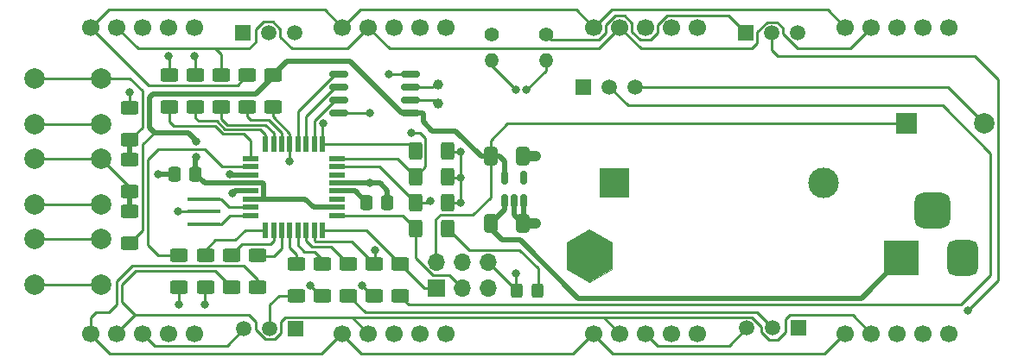
<source format=gbr>
%TF.GenerationSoftware,KiCad,Pcbnew,(6.0.4)*%
%TF.CreationDate,2022-04-24T19:44:17+02:00*%
%TF.ProjectId,fancy-clock,66616e63-792d-4636-9c6f-636b2e6b6963,rev 1.0*%
%TF.SameCoordinates,Original*%
%TF.FileFunction,Copper,L1,Top*%
%TF.FilePolarity,Positive*%
%FSLAX46Y46*%
G04 Gerber Fmt 4.6, Leading zero omitted, Abs format (unit mm)*
G04 Created by KiCad (PCBNEW (6.0.4)) date 2022-04-24 19:44:17*
%MOMM*%
%LPD*%
G01*
G04 APERTURE LIST*
G04 Aperture macros list*
%AMRoundRect*
0 Rectangle with rounded corners*
0 $1 Rounding radius*
0 $2 $3 $4 $5 $6 $7 $8 $9 X,Y pos of 4 corners*
0 Add a 4 corners polygon primitive as box body*
4,1,4,$2,$3,$4,$5,$6,$7,$8,$9,$2,$3,0*
0 Add four circle primitives for the rounded corners*
1,1,$1+$1,$2,$3*
1,1,$1+$1,$4,$5*
1,1,$1+$1,$6,$7*
1,1,$1+$1,$8,$9*
0 Add four rect primitives between the rounded corners*
20,1,$1+$1,$2,$3,$4,$5,0*
20,1,$1+$1,$4,$5,$6,$7,0*
20,1,$1+$1,$6,$7,$8,$9,0*
20,1,$1+$1,$8,$9,$2,$3,0*%
G04 Aperture macros list end*
%TA.AperFunction,EtchedComponent*%
%ADD10C,0.034032*%
%TD*%
%TA.AperFunction,EtchedComponent*%
%ADD11C,0.026499*%
%TD*%
%TA.AperFunction,EtchedComponent*%
%ADD12C,0.030400*%
%TD*%
%TA.AperFunction,EtchedComponent*%
%ADD13C,0.019833*%
%TD*%
%TA.AperFunction,SMDPad,CuDef*%
%ADD14RoundRect,0.250000X-0.400000X-0.625000X0.400000X-0.625000X0.400000X0.625000X-0.400000X0.625000X0*%
%TD*%
%TA.AperFunction,ComponentPad*%
%ADD15R,1.500000X1.500000*%
%TD*%
%TA.AperFunction,ComponentPad*%
%ADD16C,1.500000*%
%TD*%
%TA.AperFunction,ComponentPad*%
%ADD17C,1.000000*%
%TD*%
%TA.AperFunction,SMDPad,CuDef*%
%ADD18RoundRect,0.250000X0.625000X-0.400000X0.625000X0.400000X-0.625000X0.400000X-0.625000X-0.400000X0*%
%TD*%
%TA.AperFunction,SMDPad,CuDef*%
%ADD19RoundRect,0.250000X-0.325000X-0.450000X0.325000X-0.450000X0.325000X0.450000X-0.325000X0.450000X0*%
%TD*%
%TA.AperFunction,SMDPad,CuDef*%
%ADD20RoundRect,0.250000X-0.412500X-0.650000X0.412500X-0.650000X0.412500X0.650000X-0.412500X0.650000X0*%
%TD*%
%TA.AperFunction,SMDPad,CuDef*%
%ADD21RoundRect,0.250000X-0.625000X0.400000X-0.625000X-0.400000X0.625000X-0.400000X0.625000X0.400000X0*%
%TD*%
%TA.AperFunction,SMDPad,CuDef*%
%ADD22RoundRect,0.250000X-0.337500X-0.475000X0.337500X-0.475000X0.337500X0.475000X-0.337500X0.475000X0*%
%TD*%
%TA.AperFunction,ComponentPad*%
%ADD23R,3.500000X3.500000*%
%TD*%
%TA.AperFunction,ComponentPad*%
%ADD24RoundRect,0.750000X0.750000X1.000000X-0.750000X1.000000X-0.750000X-1.000000X0.750000X-1.000000X0*%
%TD*%
%TA.AperFunction,ComponentPad*%
%ADD25RoundRect,0.875000X0.875000X0.875000X-0.875000X0.875000X-0.875000X-0.875000X0.875000X-0.875000X0*%
%TD*%
%TA.AperFunction,SMDPad,CuDef*%
%ADD26R,3.200000X0.400000*%
%TD*%
%TA.AperFunction,ComponentPad*%
%ADD27R,1.700000X1.700000*%
%TD*%
%TA.AperFunction,ComponentPad*%
%ADD28O,1.700000X1.700000*%
%TD*%
%TA.AperFunction,SMDPad,CuDef*%
%ADD29R,1.600000X0.550000*%
%TD*%
%TA.AperFunction,SMDPad,CuDef*%
%ADD30R,0.550000X1.600000*%
%TD*%
%TA.AperFunction,ComponentPad*%
%ADD31C,2.000000*%
%TD*%
%TA.AperFunction,ComponentPad*%
%ADD32C,1.400000*%
%TD*%
%TA.AperFunction,ComponentPad*%
%ADD33O,1.400000X1.400000*%
%TD*%
%TA.AperFunction,SMDPad,CuDef*%
%ADD34RoundRect,0.250000X0.337500X0.475000X-0.337500X0.475000X-0.337500X-0.475000X0.337500X-0.475000X0*%
%TD*%
%TA.AperFunction,ComponentPad*%
%ADD35R,3.000000X3.000000*%
%TD*%
%TA.AperFunction,ComponentPad*%
%ADD36C,3.000000*%
%TD*%
%TA.AperFunction,SMDPad,CuDef*%
%ADD37RoundRect,0.150000X0.150000X-0.512500X0.150000X0.512500X-0.150000X0.512500X-0.150000X-0.512500X0*%
%TD*%
%TA.AperFunction,ComponentPad*%
%ADD38R,2.000000X2.000000*%
%TD*%
%TA.AperFunction,SMDPad,CuDef*%
%ADD39RoundRect,0.150000X0.800000X0.150000X-0.800000X0.150000X-0.800000X-0.150000X0.800000X-0.150000X0*%
%TD*%
%TA.AperFunction,ComponentPad*%
%ADD40C,1.700000*%
%TD*%
%TA.AperFunction,ViaPad*%
%ADD41C,0.800000*%
%TD*%
%TA.AperFunction,Conductor*%
%ADD42C,0.250000*%
%TD*%
%TA.AperFunction,Conductor*%
%ADD43C,0.500000*%
%TD*%
%TA.AperFunction,Conductor*%
%ADD44C,1.000000*%
%TD*%
G04 APERTURE END LIST*
%TO.C,BMD*%
G36*
X163018235Y-82296459D02*
G01*
X163018235Y-84852389D01*
X160804736Y-86130352D01*
X158591237Y-84852389D01*
X158591237Y-82296459D01*
X160804736Y-81018496D01*
X163018235Y-82296459D01*
G37*
D10*
X163018235Y-82296459D02*
X163018235Y-84852389D01*
X160804736Y-86130352D01*
X158591237Y-84852389D01*
X158591237Y-82296459D01*
X160804736Y-81018496D01*
X163018235Y-82296459D01*
G36*
X162528314Y-82579317D02*
G01*
X162528314Y-84569534D01*
X160804736Y-85564642D01*
X159081158Y-84569534D01*
X159081158Y-82579317D01*
X160804736Y-81584209D01*
X162528314Y-82579317D01*
G37*
D11*
X162528314Y-82579317D02*
X162528314Y-84569534D01*
X160804736Y-85564642D01*
X159081158Y-84569534D01*
X159081158Y-82579317D01*
X160804736Y-81584209D01*
X162528314Y-82579317D01*
G36*
X162782000Y-82432853D02*
G01*
X162782000Y-84716000D01*
X160804736Y-85857574D01*
X158827472Y-84716000D01*
X158827472Y-82432853D01*
X160804736Y-81291279D01*
X162782000Y-82432853D01*
G37*
D12*
X162782000Y-82432853D02*
X162782000Y-84716000D01*
X160804736Y-85857574D01*
X158827472Y-84716000D01*
X158827472Y-82432853D01*
X160804736Y-81291279D01*
X162782000Y-82432853D01*
G36*
X162103081Y-82834472D02*
G01*
X162103081Y-84314434D01*
X160804710Y-85054388D01*
X160804710Y-83574426D01*
X159506392Y-82834472D01*
X160804710Y-82094463D01*
X162103081Y-82834472D01*
G37*
D13*
X162103081Y-82834472D02*
X162103081Y-84314434D01*
X160804710Y-85054388D01*
X160804710Y-83574426D01*
X159506392Y-82834472D01*
X160804710Y-82094463D01*
X162103081Y-82834472D01*
%TD*%
D14*
%TO.P,R18,1*%
%TO.N,PHOTO*%
X143806000Y-78340000D03*
%TO.P,R18,2*%
%TO.N,GND*%
X146906000Y-78340000D03*
%TD*%
D15*
%TO.P,Q1,1,E*%
%TO.N,+5V*%
X132080000Y-90699000D03*
D16*
%TO.P,Q1,2,B*%
%TO.N,SD1*%
X129540000Y-90699000D03*
%TO.P,Q1,3,C*%
%TO.N,Net-(Q1-Pad3)*%
X127000000Y-90699000D03*
%TD*%
D17*
%TO.P,Y1,1,1*%
%TO.N,Net-(U2-Pad2)*%
X146007000Y-68641000D03*
%TO.P,Y1,2,2*%
%TO.N,Net-(U2-Pad3)*%
X146007000Y-66741000D03*
%TD*%
D18*
%TO.P,R13,1*%
%TO.N,+5V*%
X115824000Y-82348000D03*
%TO.P,R13,2*%
%TO.N,Net-(R13-Pad2)*%
X115824000Y-79248000D03*
%TD*%
D15*
%TO.P,Q5,1,E*%
%TO.N,GND*%
X160274000Y-67035000D03*
D16*
%TO.P,Q5,2,B*%
%TO.N,Net-(Q5-Pad2)*%
X162814000Y-67035000D03*
%TO.P,Q5,3,C*%
%TO.N,Net-(BZ1-Pad2)*%
X165354000Y-67035000D03*
%TD*%
D19*
%TO.P,D1,1,K*%
%TO.N,GND*%
X153729000Y-86976000D03*
%TO.P,D1,2,A*%
%TO.N,Net-(D1-Pad2)*%
X155779000Y-86976000D03*
%TD*%
D20*
%TO.P,C5,1*%
%TO.N,+5V*%
X151159500Y-73768000D03*
%TO.P,C5,2*%
%TO.N,GND*%
X154284500Y-73768000D03*
%TD*%
D21*
%TO.P,R8,1*%
%TO.N,/PD7*%
X128338000Y-83540000D03*
%TO.P,R8,2*%
%TO.N,/G*%
X128338000Y-86640000D03*
%TD*%
D18*
%TO.P,R2,1*%
%TO.N,/PD1*%
X124782000Y-68968000D03*
%TO.P,R2,2*%
%TO.N,/D*%
X124782000Y-65868000D03*
%TD*%
D21*
%TO.P,R21,1*%
%TO.N,BUZZER*%
X142308000Y-84410000D03*
%TO.P,R21,2*%
%TO.N,Net-(Q5-Pad2)*%
X142308000Y-87510000D03*
%TD*%
D22*
%TO.P,C3,1*%
%TO.N,Net-(C3-Pad1)*%
X138984500Y-78340000D03*
%TO.P,C3,2*%
%TO.N,GND*%
X141059500Y-78340000D03*
%TD*%
D18*
%TO.P,R15,1*%
%TO.N,Net-(R14-Pad2)*%
X115824000Y-72188000D03*
%TO.P,R15,2*%
%TO.N,GND*%
X115824000Y-69088000D03*
%TD*%
D23*
%TO.P,J2,1*%
%TO.N,Net-(U7-Pad1)*%
X191437000Y-83821000D03*
D24*
%TO.P,J2,2*%
%TO.N,GND*%
X197437000Y-83821000D03*
D25*
%TO.P,J2,3*%
X194437000Y-79121000D03*
%TD*%
D26*
%TO.P,Y2,1,1*%
%TO.N,XTAL1*%
X123063000Y-78048000D03*
%TO.P,Y2,2,2*%
%TO.N,GND*%
X123063000Y-79248000D03*
%TO.P,Y2,3,3*%
%TO.N,XTAL2*%
X123063000Y-80448000D03*
%TD*%
D18*
%TO.P,R4,1*%
%TO.N,/PD3*%
X119702000Y-68968000D03*
%TO.P,R4,2*%
%TO.N,/DP*%
X119702000Y-65868000D03*
%TD*%
D15*
%TO.P,Q3,1,E*%
%TO.N,+5V*%
X181356000Y-90678000D03*
D16*
%TO.P,Q3,2,B*%
%TO.N,SD3*%
X178816000Y-90678000D03*
%TO.P,Q3,3,C*%
%TO.N,Net-(Q3-Pad3)*%
X176276000Y-90678000D03*
%TD*%
D27*
%TO.P,J1,1,Pin_1*%
%TO.N,BUZZER*%
X145864000Y-86722000D03*
D28*
%TO.P,J1,2,Pin_2*%
%TO.N,+5V*%
X145864000Y-84182000D03*
%TO.P,J1,3,Pin_3*%
%TO.N,LED*%
X148404000Y-86722000D03*
%TO.P,J1,4,Pin_4*%
%TO.N,/PB3*%
X148404000Y-84182000D03*
%TO.P,J1,5,Pin_5*%
%TO.N,RESET*%
X150944000Y-86722000D03*
%TO.P,J1,6,Pin_6*%
%TO.N,GND*%
X150944000Y-84182000D03*
%TD*%
D21*
%TO.P,R5,1*%
%TO.N,/PD4*%
X120650000Y-83540000D03*
%TO.P,R5,2*%
%TO.N,/B*%
X120650000Y-86640000D03*
%TD*%
D29*
%TO.P,U1,1,PD3*%
%TO.N,/PD3*%
X127644000Y-74016000D03*
%TO.P,U1,2,PD4*%
%TO.N,/PD4*%
X127644000Y-74816000D03*
%TO.P,U1,3,GND*%
%TO.N,GND*%
X127644000Y-75616000D03*
%TO.P,U1,4,VCC*%
%TO.N,+5V*%
X127644000Y-76416000D03*
%TO.P,U1,5,GND*%
%TO.N,GND*%
X127644000Y-77216000D03*
%TO.P,U1,6,VCC*%
%TO.N,+5V*%
X127644000Y-78016000D03*
%TO.P,U1,7,XTAL1/PB6*%
%TO.N,XTAL1*%
X127644000Y-78816000D03*
%TO.P,U1,8,XTAL2/PB7*%
%TO.N,XTAL2*%
X127644000Y-79616000D03*
D30*
%TO.P,U1,9,PD5*%
%TO.N,/PD5*%
X129094000Y-81066000D03*
%TO.P,U1,10,PD6*%
%TO.N,/PD6*%
X129894000Y-81066000D03*
%TO.P,U1,11,PD7*%
%TO.N,/PD7*%
X130694000Y-81066000D03*
%TO.P,U1,12,PB0*%
%TO.N,/PB0*%
X131494000Y-81066000D03*
%TO.P,U1,13,PB1*%
%TO.N,/PB1*%
X132294000Y-81066000D03*
%TO.P,U1,14,PB2*%
%TO.N,/PB2*%
X133094000Y-81066000D03*
%TO.P,U1,15,PB3*%
%TO.N,/PB3*%
X133894000Y-81066000D03*
%TO.P,U1,16,PB4*%
%TO.N,BUZZER*%
X134694000Y-81066000D03*
D29*
%TO.P,U1,17,PB5*%
%TO.N,LED*%
X136144000Y-79616000D03*
%TO.P,U1,18,AVCC*%
%TO.N,+5V*%
X136144000Y-78816000D03*
%TO.P,U1,19,ADC6*%
%TO.N,unconnected-(U1-Pad19)*%
X136144000Y-78016000D03*
%TO.P,U1,20,AREF*%
%TO.N,Net-(C3-Pad1)*%
X136144000Y-77216000D03*
%TO.P,U1,21,GND*%
%TO.N,GND*%
X136144000Y-76416000D03*
%TO.P,U1,22,ADC7*%
%TO.N,unconnected-(U1-Pad22)*%
X136144000Y-75616000D03*
%TO.P,U1,23,PC0*%
%TO.N,PHOTO*%
X136144000Y-74816000D03*
%TO.P,U1,24,PC1*%
%TO.N,TEMP*%
X136144000Y-74016000D03*
D30*
%TO.P,U1,25,PC2*%
%TO.N,BUTTON*%
X134694000Y-72566000D03*
%TO.P,U1,26,PC3*%
%TO.N,SCKL*%
X133894000Y-72566000D03*
%TO.P,U1,27,PC4*%
%TO.N,IO*%
X133094000Y-72566000D03*
%TO.P,U1,28,PC5*%
%TO.N,CE*%
X132294000Y-72566000D03*
%TO.P,U1,29,~{RESET}/PC6*%
%TO.N,RESET*%
X131494000Y-72566000D03*
%TO.P,U1,30,PD0*%
%TO.N,/PD0*%
X130694000Y-72566000D03*
%TO.P,U1,31,PD1*%
%TO.N,/PD1*%
X129894000Y-72566000D03*
%TO.P,U1,32,PD2*%
%TO.N,/PD2*%
X129094000Y-72566000D03*
%TD*%
D31*
%TO.P,SW2,1,1*%
%TO.N,Net-(R13-Pad2)*%
X106478000Y-74008500D03*
X112978000Y-74008500D03*
%TO.P,SW2,2,2*%
%TO.N,BUTTON*%
X106478000Y-78508500D03*
X112978000Y-78508500D03*
%TD*%
D18*
%TO.P,R14,1*%
%TO.N,Net-(R13-Pad2)*%
X115824000Y-77268000D03*
%TO.P,R14,2*%
%TO.N,Net-(R14-Pad2)*%
X115824000Y-74168000D03*
%TD*%
D32*
%TO.P,TH1,1*%
%TO.N,+5V*%
X151257000Y-61849000D03*
D33*
%TO.P,TH1,2*%
%TO.N,TEMP*%
X151257000Y-64389000D03*
%TD*%
D21*
%TO.P,R6,1*%
%TO.N,/PD5*%
X123258000Y-83540000D03*
%TO.P,R6,2*%
%TO.N,/A*%
X123258000Y-86640000D03*
%TD*%
D20*
%TO.P,C4,1*%
%TO.N,Net-(U7-Pad1)*%
X151159500Y-80372000D03*
%TO.P,C4,2*%
%TO.N,GND*%
X154284500Y-80372000D03*
%TD*%
D33*
%TO.P,PR1,2*%
%TO.N,PHOTO*%
X156591000Y-64389000D03*
D32*
%TO.P,PR1,1*%
%TO.N,+5V*%
X156591000Y-61849000D03*
%TD*%
D34*
%TO.P,C6,1*%
%TO.N,+5V*%
X122263500Y-75546000D03*
%TO.P,C6,2*%
%TO.N,GND*%
X120188500Y-75546000D03*
%TD*%
D35*
%TO.P,BT1,1,+*%
%TO.N,+BATT*%
X163261584Y-76454000D03*
D36*
%TO.P,BT1,2,-*%
%TO.N,GND*%
X183751584Y-76454000D03*
%TD*%
D15*
%TO.P,Q4,1,E*%
%TO.N,+5V*%
X176149000Y-61701000D03*
D16*
%TO.P,Q4,2,B*%
%TO.N,SD4*%
X178689000Y-61701000D03*
%TO.P,Q4,3,C*%
%TO.N,Net-(Q4-Pad3)*%
X181229000Y-61701000D03*
%TD*%
D37*
%TO.P,U7,1,IN*%
%TO.N,Net-(U7-Pad1)*%
X152516800Y-78201100D03*
%TO.P,U7,2,GND*%
%TO.N,GND*%
X153466800Y-78201100D03*
%TO.P,U7,3,~{EN}*%
X154416800Y-78201100D03*
%TO.P,U7,4,NC*%
%TO.N,unconnected-(U7-Pad4)*%
X154416800Y-75926100D03*
%TO.P,U7,5,OUT*%
%TO.N,+5V*%
X152516800Y-75926100D03*
%TD*%
D18*
%TO.P,R1,1*%
%TO.N,/PD0*%
X127322000Y-68968000D03*
%TO.P,R1,2*%
%TO.N,/E*%
X127322000Y-65868000D03*
%TD*%
D21*
%TO.P,R19,1*%
%TO.N,+5V*%
X129862000Y-65868000D03*
%TO.P,R19,2*%
%TO.N,RESET*%
X129862000Y-68968000D03*
%TD*%
%TO.P,R10,1*%
%TO.N,/PB1*%
X134688000Y-84410000D03*
%TO.P,R10,2*%
%TO.N,SD2*%
X134688000Y-87510000D03*
%TD*%
%TO.P,R7,1*%
%TO.N,/PD6*%
X125798000Y-83540000D03*
%TO.P,R7,2*%
%TO.N,/F*%
X125798000Y-86640000D03*
%TD*%
%TO.P,R11,1*%
%TO.N,/PB2*%
X137228000Y-84410000D03*
%TO.P,R11,2*%
%TO.N,SD3*%
X137228000Y-87510000D03*
%TD*%
D14*
%TO.P,R17,1*%
%TO.N,TEMP*%
X143806000Y-75800000D03*
%TO.P,R17,2*%
%TO.N,GND*%
X146906000Y-75800000D03*
%TD*%
D31*
%TO.P,SW3,1,1*%
%TO.N,GND*%
X112978000Y-81882500D03*
X106478000Y-81882500D03*
%TO.P,SW3,2,2*%
%TO.N,RESET*%
X112978000Y-86382500D03*
X106478000Y-86382500D03*
%TD*%
D21*
%TO.P,R9,1*%
%TO.N,/PB0*%
X132148000Y-84410000D03*
%TO.P,R9,2*%
%TO.N,SD1*%
X132148000Y-87510000D03*
%TD*%
D15*
%TO.P,Q2,1,E*%
%TO.N,+5V*%
X126873000Y-61701000D03*
D16*
%TO.P,Q2,2,B*%
%TO.N,SD2*%
X129413000Y-61701000D03*
%TO.P,Q2,3,C*%
%TO.N,Net-(Q2-Pad3)*%
X131953000Y-61701000D03*
%TD*%
D21*
%TO.P,R12,1*%
%TO.N,/PB3*%
X139768000Y-84410000D03*
%TO.P,R12,2*%
%TO.N,SD4*%
X139768000Y-87510000D03*
%TD*%
D14*
%TO.P,R20,1*%
%TO.N,LED*%
X143806000Y-80880000D03*
%TO.P,R20,2*%
%TO.N,Net-(D1-Pad2)*%
X146906000Y-80880000D03*
%TD*%
%TO.P,R16,1*%
%TO.N,BUTTON*%
X143806000Y-73260000D03*
%TO.P,R16,2*%
%TO.N,GND*%
X146906000Y-73260000D03*
%TD*%
D38*
%TO.P,BZ1,1,-*%
%TO.N,+5V*%
X191907000Y-70612000D03*
D31*
%TO.P,BZ1,2,+*%
%TO.N,Net-(BZ1-Pad2)*%
X199507000Y-70612000D03*
%TD*%
D39*
%TO.P,U2,1,VCC2*%
%TO.N,+5V*%
X143268000Y-69577000D03*
%TO.P,U2,2,X1*%
%TO.N,Net-(U2-Pad2)*%
X143268000Y-68307000D03*
%TO.P,U2,3,X2*%
%TO.N,Net-(U2-Pad3)*%
X143268000Y-67037000D03*
%TO.P,U2,4,GND*%
%TO.N,GND*%
X143268000Y-65767000D03*
%TO.P,U2,5,CE*%
%TO.N,CE*%
X136268000Y-65767000D03*
%TO.P,U2,6,I/O*%
%TO.N,IO*%
X136268000Y-67037000D03*
%TO.P,U2,7,SCLK*%
%TO.N,SCKL*%
X136268000Y-68307000D03*
%TO.P,U2,8,VCC1*%
%TO.N,+BATT*%
X136268000Y-69577000D03*
%TD*%
D18*
%TO.P,R3,1*%
%TO.N,/PD2*%
X122242000Y-68968000D03*
%TO.P,R3,2*%
%TO.N,/C*%
X122242000Y-65868000D03*
%TD*%
D31*
%TO.P,SW1,1,1*%
%TO.N,Net-(R14-Pad2)*%
X112978000Y-66134500D03*
X106478000Y-66134500D03*
%TO.P,SW1,2,2*%
%TO.N,BUTTON*%
X106478000Y-70634500D03*
X112978000Y-70634500D03*
%TD*%
D40*
%TO.P,U4,1,E*%
%TO.N,/E*%
X136652000Y-61200000D03*
%TO.P,U4,2,D*%
%TO.N,/D*%
X139192000Y-61200000D03*
%TO.P,U4,3,CA*%
%TO.N,Net-(Q2-Pad3)*%
X141732000Y-61200000D03*
%TO.P,U4,4,C*%
%TO.N,/C*%
X144272000Y-61200000D03*
%TO.P,U4,5,DP*%
%TO.N,/DP*%
X146812000Y-61200000D03*
%TO.P,U4,6,B*%
%TO.N,/B*%
X146812000Y-91200000D03*
%TO.P,U4,7,A*%
%TO.N,/A*%
X144272000Y-91200000D03*
%TO.P,U4,8,CA*%
%TO.N,Net-(Q2-Pad3)*%
X141732000Y-91200000D03*
%TO.P,U4,9,F*%
%TO.N,/F*%
X139192000Y-91200000D03*
%TO.P,U4,10,G*%
%TO.N,/G*%
X136652000Y-91200000D03*
%TD*%
%TO.P,U6,1,E*%
%TO.N,/E*%
X185928000Y-61200000D03*
%TO.P,U6,2,D*%
%TO.N,/D*%
X188468000Y-61200000D03*
%TO.P,U6,3,CA*%
%TO.N,Net-(Q4-Pad3)*%
X191008000Y-61200000D03*
%TO.P,U6,4,C*%
%TO.N,/C*%
X193548000Y-61200000D03*
%TO.P,U6,5,DP*%
%TO.N,/DP*%
X196088000Y-61200000D03*
%TO.P,U6,6,B*%
%TO.N,/B*%
X196088000Y-91200000D03*
%TO.P,U6,7,A*%
%TO.N,/A*%
X193548000Y-91200000D03*
%TO.P,U6,8,CA*%
%TO.N,Net-(Q4-Pad3)*%
X191008000Y-91200000D03*
%TO.P,U6,9,F*%
%TO.N,/F*%
X188468000Y-91200000D03*
%TO.P,U6,10,G*%
%TO.N,/G*%
X185928000Y-91200000D03*
%TD*%
%TO.P,U5,1,E*%
%TO.N,/E*%
X161290000Y-61200000D03*
%TO.P,U5,2,D*%
%TO.N,/D*%
X163830000Y-61200000D03*
%TO.P,U5,3,CA*%
%TO.N,Net-(Q3-Pad3)*%
X166370000Y-61200000D03*
%TO.P,U5,4,C*%
%TO.N,/C*%
X168910000Y-61200000D03*
%TO.P,U5,5,DP*%
%TO.N,/DP*%
X171450000Y-61200000D03*
%TO.P,U5,6,B*%
%TO.N,/B*%
X171450000Y-91200000D03*
%TO.P,U5,7,A*%
%TO.N,/A*%
X168910000Y-91200000D03*
%TO.P,U5,8,CA*%
%TO.N,Net-(Q3-Pad3)*%
X166370000Y-91200000D03*
%TO.P,U5,9,F*%
%TO.N,/F*%
X163830000Y-91200000D03*
%TO.P,U5,10,G*%
%TO.N,/G*%
X161290000Y-91200000D03*
%TD*%
%TO.P,U3,1,E*%
%TO.N,/E*%
X112014000Y-61200000D03*
%TO.P,U3,2,D*%
%TO.N,/D*%
X114554000Y-61200000D03*
%TO.P,U3,3,CA*%
%TO.N,Net-(Q1-Pad3)*%
X117094000Y-61200000D03*
%TO.P,U3,4,C*%
%TO.N,/C*%
X119634000Y-61200000D03*
%TO.P,U3,5,DP*%
%TO.N,/DP*%
X122174000Y-61200000D03*
%TO.P,U3,6,B*%
%TO.N,/B*%
X122174000Y-91200000D03*
%TO.P,U3,7,A*%
%TO.N,/A*%
X119634000Y-91200000D03*
%TO.P,U3,8,CA*%
%TO.N,Net-(Q1-Pad3)*%
X117094000Y-91200000D03*
%TO.P,U3,9,F*%
%TO.N,/F*%
X114554000Y-91200000D03*
%TO.P,U3,10,G*%
%TO.N,/G*%
X112014000Y-91200000D03*
%TD*%
D41*
%TO.N,+BATT*%
X139319000Y-69596000D03*
%TO.N,GND*%
X139319000Y-76454000D03*
X148209000Y-73406000D03*
X148209000Y-78359000D03*
X125857000Y-77470000D03*
X125603000Y-75565000D03*
X155575000Y-80391000D03*
X141224000Y-65786000D03*
X148209000Y-75946000D03*
X120523000Y-79248000D03*
X155575000Y-73787000D03*
X118618000Y-75565000D03*
X153670000Y-85344000D03*
X115824000Y-67564000D03*
%TO.N,+5V*%
X122301000Y-73914000D03*
X122301000Y-72390000D03*
%TO.N,/PB3*%
X139827000Y-83058000D03*
%TO.N,RESET*%
X131445000Y-74295000D03*
%TO.N,PHOTO*%
X154669503Y-67310000D03*
X145288000Y-78232000D03*
%TO.N,SD2*%
X133477000Y-86487000D03*
%TO.N,SD4*%
X138557000Y-86487000D03*
X197934520Y-88958480D03*
%TO.N,/C*%
X122174000Y-64008000D03*
%TO.N,/DP*%
X119634000Y-64008000D03*
%TO.N,/B*%
X120650000Y-88392000D03*
%TO.N,/A*%
X123190000Y-88392000D03*
%TO.N,BUTTON*%
X134747000Y-70612000D03*
%TO.N,TEMP*%
X153670000Y-67310000D03*
X143383000Y-71501000D03*
%TD*%
D42*
%TO.N,+BATT*%
X139300000Y-69577000D02*
X136268000Y-69577000D01*
X139319000Y-69596000D02*
X139300000Y-69577000D01*
%TO.N,GND*%
X148209000Y-75946000D02*
X147052000Y-75946000D01*
D43*
X154416800Y-80239700D02*
X154284500Y-80372000D01*
D42*
X120523000Y-79248000D02*
X123063000Y-79248000D01*
D44*
X154303500Y-73787000D02*
X154284500Y-73768000D01*
D43*
X120169500Y-75565000D02*
X120188500Y-75546000D01*
D42*
X153670000Y-86917000D02*
X153729000Y-86976000D01*
D43*
X118618000Y-75565000D02*
X120169500Y-75565000D01*
X127644000Y-75616000D02*
X125654000Y-75616000D01*
D42*
X153729000Y-86967000D02*
X153729000Y-86976000D01*
D43*
X153484000Y-79571500D02*
X154284500Y-80372000D01*
X125654000Y-75616000D02*
X125603000Y-75565000D01*
D42*
X148209000Y-73406000D02*
X147052000Y-73406000D01*
X115824000Y-69088000D02*
X115824000Y-67564000D01*
D43*
X153484000Y-78207500D02*
X153484000Y-79571500D01*
X154416800Y-78201100D02*
X154416800Y-80239700D01*
X126111000Y-77216000D02*
X127644000Y-77216000D01*
D42*
X147052000Y-73406000D02*
X146906000Y-73260000D01*
D43*
X125857000Y-77470000D02*
X126111000Y-77216000D01*
D42*
X146925000Y-78359000D02*
X146906000Y-78340000D01*
X141224000Y-65786000D02*
X143249000Y-65786000D01*
X143249000Y-65786000D02*
X143268000Y-65767000D01*
D43*
X136144000Y-76416000D02*
X139281000Y-76416000D01*
X140335000Y-76454000D02*
X141059500Y-77178500D01*
D44*
X155575000Y-73787000D02*
X154303500Y-73787000D01*
D42*
X150944000Y-84182000D02*
X153729000Y-86967000D01*
X153670000Y-85344000D02*
X153670000Y-86917000D01*
X148209000Y-78359000D02*
X146925000Y-78359000D01*
D43*
X139319000Y-76454000D02*
X140335000Y-76454000D01*
D42*
X147052000Y-75946000D02*
X146906000Y-75800000D01*
X148209000Y-78359000D02*
X148209000Y-73406000D01*
D43*
X141059500Y-77178500D02*
X141059500Y-78340000D01*
X139281000Y-76416000D02*
X139319000Y-76454000D01*
D42*
X106478000Y-81882500D02*
X112978000Y-81882500D01*
D44*
X155575000Y-80391000D02*
X154303500Y-80391000D01*
X154303500Y-80391000D02*
X154284500Y-80372000D01*
D42*
%TO.N,+5V*%
X191907000Y-70612000D02*
X152810500Y-70612000D01*
X162464511Y-60904479D02*
X162464511Y-61686499D01*
D43*
X122301000Y-72390000D02*
X122301000Y-72263000D01*
D42*
X167544511Y-61686499D02*
X166856499Y-62374511D01*
D43*
X152534000Y-75932500D02*
X152534000Y-74302000D01*
X121539000Y-71501000D02*
X118237000Y-71501000D01*
X127644000Y-78016000D02*
X133007000Y-78016000D01*
D42*
X176149000Y-61701000D02*
X174473489Y-60025489D01*
X145796000Y-80010000D02*
X145796000Y-84114000D01*
D43*
X143268000Y-69577000D02*
X142475000Y-69577000D01*
X137414000Y-64516000D02*
X131214000Y-64516000D01*
D42*
X151159500Y-77821500D02*
X149441480Y-79539520D01*
D43*
X118110000Y-67691000D02*
X128143000Y-67691000D01*
X131214000Y-64516000D02*
X129862000Y-65868000D01*
X128818022Y-76416000D02*
X128893511Y-76491489D01*
X133007000Y-78016000D02*
X133807000Y-78816000D01*
D42*
X146266480Y-79539520D02*
X145796000Y-80010000D01*
D43*
X117729000Y-68072000D02*
X118110000Y-67691000D01*
D42*
X151159500Y-72263000D02*
X151159500Y-73768000D01*
X115824000Y-82348000D02*
X117094000Y-81078000D01*
X149441480Y-79539520D02*
X146266480Y-79539520D01*
D43*
X118237000Y-71501000D02*
X117729000Y-70993000D01*
D42*
X117094000Y-81078000D02*
X117094000Y-72644000D01*
D43*
X123133500Y-76416000D02*
X127644000Y-76416000D01*
X133807000Y-78816000D02*
X136144000Y-78816000D01*
X152534000Y-74302000D02*
X152000000Y-73768000D01*
X127644000Y-76416000D02*
X128818022Y-76416000D01*
X128143000Y-67691000D02*
X129862000Y-65972000D01*
X147750000Y-71296000D02*
X150222000Y-73768000D01*
X122263500Y-75546000D02*
X123133500Y-76416000D01*
D42*
X165784022Y-62374511D02*
X165004511Y-61595000D01*
D43*
X122301000Y-72263000D02*
X121539000Y-71501000D01*
X145464000Y-71296000D02*
X147750000Y-71296000D01*
X142475000Y-69577000D02*
X137414000Y-64516000D01*
X122263500Y-73951500D02*
X122301000Y-73914000D01*
X152000000Y-73768000D02*
X151159500Y-73768000D01*
X150222000Y-73768000D02*
X151159500Y-73768000D01*
X128893511Y-76491489D02*
X128893511Y-77940511D01*
D42*
X157116511Y-62374511D02*
X156591000Y-61849000D01*
D43*
X129862000Y-65972000D02*
X129862000Y-65868000D01*
X144610480Y-69680480D02*
X144610480Y-70442480D01*
D42*
X163343501Y-60025489D02*
X162464511Y-60904479D01*
X168423501Y-60025489D02*
X167544511Y-60904479D01*
X165004511Y-61595000D02*
X165004511Y-60713501D01*
X117094000Y-72644000D02*
X118237000Y-71501000D01*
X152810500Y-70612000D02*
X151159500Y-72263000D01*
X145796000Y-84114000D02*
X145864000Y-84182000D01*
D43*
X117729000Y-70993000D02*
X117729000Y-68072000D01*
D42*
X167544511Y-60904479D02*
X167544511Y-61686499D01*
X174473489Y-60025489D02*
X168423501Y-60025489D01*
X151159500Y-73768000D02*
X151159500Y-77821500D01*
X166856499Y-62374511D02*
X165784022Y-62374511D01*
D43*
X144507000Y-69577000D02*
X144610480Y-69680480D01*
X144610480Y-70442480D02*
X145464000Y-71296000D01*
D42*
X165004511Y-60713501D02*
X164316499Y-60025489D01*
D43*
X122263500Y-75546000D02*
X122263500Y-73951500D01*
X143268000Y-69577000D02*
X144507000Y-69577000D01*
D42*
X162464511Y-61686499D02*
X161776499Y-62374511D01*
X161776499Y-62374511D02*
X157116511Y-62374511D01*
D43*
X128893511Y-77940511D02*
X128818022Y-78016000D01*
D42*
X164316499Y-60025489D02*
X163343501Y-60025489D01*
D43*
X128818022Y-78016000D02*
X127644000Y-78016000D01*
D42*
%TO.N,Net-(BZ1-Pad2)*%
X165375000Y-67056000D02*
X195951000Y-67056000D01*
X195951000Y-67056000D02*
X199507000Y-70612000D01*
X165354000Y-67035000D02*
X165375000Y-67056000D01*
D43*
%TO.N,Net-(C3-Pad1)*%
X136144000Y-77216000D02*
X137860500Y-77216000D01*
X137860500Y-77216000D02*
X138984500Y-78340000D01*
D42*
%TO.N,XTAL1*%
X124784000Y-78048000D02*
X125552000Y-78816000D01*
X125552000Y-78816000D02*
X127644000Y-78816000D01*
X123063000Y-78048000D02*
X124784000Y-78048000D01*
%TO.N,XTAL2*%
X124784000Y-80448000D02*
X125616000Y-79616000D01*
X123063000Y-80448000D02*
X124784000Y-80448000D01*
X125616000Y-79616000D02*
X127644000Y-79616000D01*
%TO.N,Net-(D1-Pad2)*%
X149033489Y-83007489D02*
X154000489Y-83007489D01*
X155829000Y-86926000D02*
X155779000Y-86976000D01*
X154000489Y-83007489D02*
X155829000Y-84836000D01*
X155829000Y-84836000D02*
X155829000Y-86926000D01*
X146906000Y-80880000D02*
X149033489Y-83007489D01*
%TO.N,BUZZER*%
X134694000Y-81066000D02*
X138964000Y-81066000D01*
X145864000Y-86722000D02*
X144620000Y-86722000D01*
X138964000Y-81066000D02*
X142308000Y-84410000D01*
X144620000Y-86722000D02*
X142308000Y-84410000D01*
%TO.N,LED*%
X143806000Y-80880000D02*
X143806000Y-83785010D01*
X147134000Y-85452000D02*
X148404000Y-86722000D01*
X143806000Y-83785010D02*
X145472990Y-85452000D01*
X145472990Y-85452000D02*
X147134000Y-85452000D01*
X136144000Y-79616000D02*
X142542000Y-79616000D01*
X142542000Y-79616000D02*
X143806000Y-80880000D01*
%TO.N,/PB3*%
X139827000Y-83058000D02*
X139827000Y-84351000D01*
X133968511Y-82190511D02*
X137548511Y-82190511D01*
X133894000Y-82116000D02*
X133968511Y-82190511D01*
X139827000Y-84351000D02*
X139768000Y-84410000D01*
X137548511Y-82190511D02*
X139768000Y-84410000D01*
X133894000Y-81066000D02*
X133894000Y-82116000D01*
%TO.N,RESET*%
X129862000Y-68968000D02*
X129862000Y-69918000D01*
X131445000Y-72615000D02*
X131494000Y-72566000D01*
X129862000Y-69918000D02*
X131494000Y-71550000D01*
X131494000Y-71550000D02*
X131494000Y-72566000D01*
X106478000Y-86382500D02*
X112978000Y-86382500D01*
X131445000Y-74295000D02*
X131445000Y-72615000D01*
%TO.N,PHOTO*%
X136144000Y-74816000D02*
X140282000Y-74816000D01*
X154669503Y-67310000D02*
X156591000Y-65388503D01*
X145180000Y-78340000D02*
X145288000Y-78232000D01*
X140282000Y-74816000D02*
X143806000Y-78340000D01*
X156591000Y-65388503D02*
X156591000Y-64389000D01*
X143806000Y-78340000D02*
X145180000Y-78340000D01*
%TO.N,Net-(Q1-Pad3)*%
X125324489Y-92374511D02*
X127000000Y-90699000D01*
X118268511Y-92374511D02*
X125324489Y-92374511D01*
X117094000Y-91200000D02*
X118268511Y-92374511D01*
%TO.N,SD1*%
X132148000Y-87510000D02*
X130422000Y-87510000D01*
X129540000Y-88392000D02*
X129540000Y-90699000D01*
X130422000Y-87510000D02*
X129540000Y-88392000D01*
%TO.N,SD2*%
X134688000Y-87510000D02*
X134500000Y-87510000D01*
X134500000Y-87510000D02*
X133477000Y-86487000D01*
%TO.N,Net-(Q3-Pad3)*%
X174579489Y-92374511D02*
X176276000Y-90678000D01*
X167544511Y-92374511D02*
X174579489Y-92374511D01*
X167544511Y-92374511D02*
X166370000Y-91200000D01*
%TO.N,SD3*%
X178816000Y-90678000D02*
X177291969Y-89153969D01*
X177291969Y-89153969D02*
X138871969Y-89153969D01*
X138871969Y-89153969D02*
X137228000Y-87510000D01*
%TO.N,SD4*%
X139580000Y-87510000D02*
X138557000Y-86487000D01*
X179324000Y-64008000D02*
X178689000Y-63373000D01*
X178689000Y-63373000D02*
X178689000Y-61701000D01*
X139768000Y-87510000D02*
X139580000Y-87510000D01*
X197934520Y-88958480D02*
X200914000Y-85979000D01*
X200914000Y-85979000D02*
X200914000Y-66294000D01*
X200914000Y-66294000D02*
X198628000Y-64008000D01*
X198628000Y-64008000D02*
X179324000Y-64008000D01*
%TO.N,Net-(Q5-Pad2)*%
X197231000Y-88392000D02*
X200152000Y-85471000D01*
X143129000Y-88392000D02*
X197231000Y-88392000D01*
X200152000Y-85471000D02*
X200152000Y-73533000D01*
X142308000Y-87510000D02*
X142308000Y-87571000D01*
X195453000Y-68834000D02*
X164613000Y-68834000D01*
X200152000Y-73533000D02*
X195453000Y-68834000D01*
X164613000Y-68834000D02*
X162814000Y-67035000D01*
X142308000Y-87571000D02*
X143129000Y-88392000D01*
%TO.N,/PD0*%
X127674480Y-70270480D02*
X127322000Y-69918000D01*
X130694000Y-72566000D02*
X130694000Y-71516000D01*
X130694000Y-71516000D02*
X129448480Y-70270480D01*
X127322000Y-69918000D02*
X127322000Y-68968000D01*
X129448480Y-70270480D02*
X127674480Y-70270480D01*
%TO.N,/E*%
X127322000Y-65868000D02*
X126347480Y-66842520D01*
X126347480Y-66842520D02*
X117656520Y-66842520D01*
X112014000Y-61200000D02*
X113778000Y-59436000D01*
X136652000Y-61200000D02*
X138416000Y-59436000D01*
X163054000Y-59436000D02*
X184164000Y-59436000D01*
X117656520Y-66842520D02*
X112014000Y-61200000D01*
X138416000Y-59436000D02*
X159526000Y-59436000D01*
X159526000Y-59436000D02*
X161290000Y-61200000D01*
X161290000Y-61200000D02*
X163054000Y-59436000D01*
X134888000Y-59436000D02*
X136652000Y-61200000D01*
X184164000Y-59436000D02*
X185928000Y-61200000D01*
X113778000Y-59436000D02*
X134888000Y-59436000D01*
%TO.N,/PD1*%
X129098000Y-70720000D02*
X125330000Y-70720000D01*
X124782000Y-70172000D02*
X124782000Y-68968000D01*
X129894000Y-71516000D02*
X129098000Y-70720000D01*
X125330000Y-70720000D02*
X124782000Y-70172000D01*
X129894000Y-72566000D02*
X129894000Y-71516000D01*
%TO.N,/D*%
X177292000Y-62707022D02*
X177292000Y-61578411D01*
X128143000Y-61341000D02*
X128905000Y-60579000D01*
X165876000Y-63246000D02*
X176753022Y-63246000D01*
X130556000Y-62103000D02*
X131699000Y-63246000D01*
X186422000Y-63246000D02*
X188468000Y-61200000D01*
X141238000Y-63246000D02*
X161784000Y-63246000D01*
X137146000Y-63246000D02*
X139192000Y-61200000D01*
X179763511Y-61755100D02*
X181254411Y-63246000D01*
X163830000Y-61200000D02*
X165876000Y-63246000D01*
X176753022Y-63246000D02*
X177292000Y-62707022D01*
X131699000Y-63246000D02*
X137146000Y-63246000D01*
X116600000Y-63246000D02*
X123698000Y-63246000D01*
X139192000Y-61200000D02*
X141238000Y-63246000D01*
X177292000Y-61578411D02*
X178243922Y-60626489D01*
X128905000Y-60579000D02*
X129810589Y-60579000D01*
X124206000Y-63246000D02*
X127477022Y-63246000D01*
X179244489Y-60626489D02*
X179763511Y-61145511D01*
X130556000Y-61324411D02*
X130556000Y-62103000D01*
X128143000Y-62580022D02*
X128143000Y-61341000D01*
X181254411Y-63246000D02*
X186422000Y-63246000D01*
X129810589Y-60579000D02*
X130556000Y-61324411D01*
X161784000Y-63246000D02*
X163830000Y-61200000D01*
X124206000Y-63246000D02*
X124782000Y-63822000D01*
X114554000Y-61200000D02*
X116600000Y-63246000D01*
X179763511Y-61145511D02*
X179763511Y-61755100D01*
X123698000Y-63246000D02*
X124206000Y-63246000D01*
X178243922Y-60626489D02*
X179244489Y-60626489D01*
X124782000Y-63822000D02*
X124782000Y-65868000D01*
X127477022Y-63246000D02*
X128143000Y-62580022D01*
%TO.N,/PD2*%
X122242000Y-70036000D02*
X122242000Y-68968000D01*
X122564000Y-70358000D02*
X122242000Y-70036000D01*
X129094000Y-72566000D02*
X129094000Y-71690000D01*
X125143802Y-71169520D02*
X124332282Y-70358000D01*
X128573520Y-71169520D02*
X125143802Y-71169520D01*
X124332282Y-70358000D02*
X122564000Y-70358000D01*
X129094000Y-71690000D02*
X128573520Y-71169520D01*
%TO.N,/C*%
X122242000Y-65868000D02*
X122242000Y-64076000D01*
X122242000Y-64076000D02*
X122174000Y-64008000D01*
%TO.N,/PD3*%
X120142000Y-70866000D02*
X119702000Y-70426000D01*
X124957604Y-71619040D02*
X124204564Y-70866000D01*
X124204564Y-70866000D02*
X120142000Y-70866000D01*
X126991040Y-71619040D02*
X124957604Y-71619040D01*
X127644000Y-74016000D02*
X127644000Y-72272000D01*
X127644000Y-72272000D02*
X126991040Y-71619040D01*
X119702000Y-70426000D02*
X119702000Y-68968000D01*
%TO.N,/DP*%
X119702000Y-64076000D02*
X119634000Y-64008000D01*
X119702000Y-65868000D02*
X119702000Y-64076000D01*
%TO.N,/PD4*%
X117602000Y-74168000D02*
X117602000Y-82550000D01*
X127644000Y-74816000D02*
X124854000Y-74816000D01*
X124854000Y-74816000D02*
X123190000Y-73152000D01*
X118618000Y-73152000D02*
X117602000Y-74168000D01*
X118592000Y-83540000D02*
X120650000Y-83540000D01*
X117602000Y-82550000D02*
X118592000Y-83540000D01*
X123190000Y-73152000D02*
X118618000Y-73152000D01*
%TO.N,/B*%
X120650000Y-88392000D02*
X120650000Y-86640000D01*
%TO.N,/PD5*%
X124206000Y-82042000D02*
X123258000Y-82990000D01*
X127136000Y-81066000D02*
X126160000Y-82042000D01*
X126160000Y-82042000D02*
X124206000Y-82042000D01*
X129094000Y-81066000D02*
X127136000Y-81066000D01*
X123258000Y-82990000D02*
X123258000Y-83540000D01*
%TO.N,/A*%
X123190000Y-88392000D02*
X123190000Y-86708000D01*
X123190000Y-86708000D02*
X123258000Y-86640000D01*
%TO.N,/PD6*%
X129894000Y-82118000D02*
X129608000Y-82404000D01*
X129608000Y-82404000D02*
X126814000Y-82404000D01*
X129894000Y-81066000D02*
X129894000Y-82118000D01*
X126814000Y-82404000D02*
X125798000Y-83420000D01*
X125798000Y-83420000D02*
X125798000Y-83648000D01*
%TO.N,/F*%
X162254489Y-89624489D02*
X161835511Y-89624489D01*
X128143000Y-90043000D02*
X128143000Y-90821589D01*
X186676000Y-89408000D02*
X188468000Y-91200000D01*
X161835511Y-89624489D02*
X175809922Y-89624489D01*
X180476978Y-89408000D02*
X186676000Y-89408000D01*
X180086000Y-91059000D02*
X180086000Y-89798978D01*
X137616489Y-89624489D02*
X139192000Y-91200000D01*
X129985078Y-91773511D02*
X130614511Y-91144078D01*
X125798000Y-86640000D02*
X124189520Y-85031520D01*
X163830000Y-91200000D02*
X162254489Y-89624489D01*
X175809922Y-89624489D02*
X175830922Y-89603489D01*
X124189520Y-85031520D02*
X116390480Y-85031520D01*
X178435000Y-91821000D02*
X179324000Y-91821000D01*
X175830922Y-89603489D02*
X176721078Y-89603489D01*
X131005489Y-89624489D02*
X137503489Y-89624489D01*
X127508000Y-89408000D02*
X128143000Y-90043000D01*
X130614511Y-91144078D02*
X130614511Y-90015467D01*
X137503489Y-89624489D02*
X137616489Y-89624489D01*
X179324000Y-91821000D02*
X180086000Y-91059000D01*
X116308500Y-89408000D02*
X127508000Y-89408000D01*
X128143000Y-90821589D02*
X129094922Y-91773511D01*
X137503489Y-89624489D02*
X161835511Y-89624489D01*
X177673000Y-91059000D02*
X178435000Y-91821000D01*
X177673000Y-90555411D02*
X177673000Y-91059000D01*
X176721078Y-89603489D02*
X177673000Y-90555411D01*
X116390480Y-85031520D02*
X115003520Y-86418480D01*
X130614511Y-90015467D02*
X131005489Y-89624489D01*
X114458000Y-91258500D02*
X116308500Y-89408000D01*
X115003520Y-86418480D02*
X115003520Y-88103020D01*
X180086000Y-89798978D02*
X180476978Y-89408000D01*
X115003520Y-88103020D02*
X116308500Y-89408000D01*
X129094922Y-91773511D02*
X129985078Y-91773511D01*
%TO.N,/PD7*%
X129888000Y-83648000D02*
X130694000Y-82842000D01*
X130694000Y-82842000D02*
X130694000Y-81066000D01*
X128338000Y-83648000D02*
X129888000Y-83648000D01*
%TO.N,/G*%
X113877500Y-93218000D02*
X134596500Y-93218000D01*
X112014000Y-89662000D02*
X112014000Y-91200000D01*
X116078000Y-84582000D02*
X114554000Y-86106000D01*
X159234500Y-93218000D02*
X161194000Y-91258500D01*
X128338000Y-86640000D02*
X128338000Y-85920000D01*
X161194000Y-91258500D02*
X163153500Y-93218000D01*
X114554000Y-86106000D02*
X114554000Y-88392000D01*
X112522000Y-89154000D02*
X112014000Y-89662000D01*
X111918000Y-91258500D02*
X113877500Y-93218000D01*
X183872500Y-93218000D02*
X185832000Y-91258500D01*
X163153500Y-93218000D02*
X183872500Y-93218000D01*
X138515500Y-93218000D02*
X159234500Y-93218000D01*
X134596500Y-93218000D02*
X136556000Y-91258500D01*
X114554000Y-88392000D02*
X113792000Y-89154000D01*
X113792000Y-89154000D02*
X112522000Y-89154000D01*
X136556000Y-91258500D02*
X138515500Y-93218000D01*
X128338000Y-85920000D02*
X127000000Y-84582000D01*
X127000000Y-84582000D02*
X116078000Y-84582000D01*
%TO.N,/PB0*%
X131494000Y-81066000D02*
X131494000Y-82766000D01*
X131494000Y-82766000D02*
X132148000Y-83420000D01*
X132148000Y-83420000D02*
X132148000Y-84410000D01*
%TO.N,/PB1*%
X132910000Y-83166000D02*
X133926000Y-83166000D01*
X134688000Y-83928000D02*
X134688000Y-84410000D01*
X133926000Y-83166000D02*
X134688000Y-83928000D01*
X132294000Y-82550000D02*
X132910000Y-83166000D01*
X132294000Y-81066000D02*
X132294000Y-82550000D01*
%TO.N,/PB2*%
X133094000Y-82116000D02*
X133694480Y-82716480D01*
X133694480Y-82716480D02*
X135534480Y-82716480D01*
X133094000Y-81066000D02*
X133094000Y-82116000D01*
X135534480Y-82716480D02*
X137228000Y-84410000D01*
%TO.N,Net-(R13-Pad2)*%
X115824000Y-76854500D02*
X115824000Y-77268000D01*
X106478000Y-74008500D02*
X112978000Y-74008500D01*
X112978000Y-74008500D02*
X115824000Y-76854500D01*
D43*
X115824000Y-77268000D02*
X115824000Y-79248000D01*
D42*
%TO.N,Net-(R14-Pad2)*%
X117023520Y-67366520D02*
X117023520Y-70988480D01*
X117023520Y-70988480D02*
X115824000Y-72188000D01*
X112978000Y-66134500D02*
X115791500Y-66134500D01*
X106478000Y-66134500D02*
X112978000Y-66134500D01*
D43*
X115824000Y-72188000D02*
X115824000Y-74168000D01*
D42*
X115791500Y-66134500D02*
X117023520Y-67366520D01*
%TO.N,BUTTON*%
X134694000Y-70665000D02*
X134747000Y-70612000D01*
X106478000Y-78508500D02*
X112978000Y-78508500D01*
X134694000Y-72566000D02*
X143112000Y-72566000D01*
X143112000Y-72566000D02*
X143806000Y-73260000D01*
X134694000Y-72566000D02*
X134694000Y-70665000D01*
X106478000Y-70634500D02*
X112978000Y-70634500D01*
%TO.N,TEMP*%
X153670000Y-67310000D02*
X151257000Y-64897000D01*
X143806000Y-75800000D02*
X144780520Y-74825480D01*
X151257000Y-64897000D02*
X151257000Y-64516000D01*
X144780520Y-74825480D02*
X144780520Y-72009520D01*
X142022000Y-74016000D02*
X143806000Y-75800000D01*
X144780520Y-72009520D02*
X144272000Y-71501000D01*
X144272000Y-71501000D02*
X143383000Y-71501000D01*
X136144000Y-74016000D02*
X142022000Y-74016000D01*
%TO.N,SCKL*%
X136268000Y-68307000D02*
X135916928Y-68307000D01*
X135916928Y-68307000D02*
X133894000Y-70329928D01*
X133894000Y-70329928D02*
X133894000Y-72566000D01*
%TO.N,IO*%
X136268000Y-67037000D02*
X135916928Y-67037000D01*
X133094000Y-69859928D02*
X133094000Y-72566000D01*
X135916928Y-67037000D02*
X133094000Y-69859928D01*
%TO.N,CE*%
X136268000Y-65767000D02*
X135916928Y-65767000D01*
X135916928Y-65767000D02*
X132294000Y-69389928D01*
X132294000Y-69389928D02*
X132294000Y-72566000D01*
%TO.N,Net-(U2-Pad3)*%
X145730000Y-66741000D02*
X146007000Y-66741000D01*
X145434000Y-67037000D02*
X145730000Y-66741000D01*
X143268000Y-67037000D02*
X145434000Y-67037000D01*
%TO.N,Net-(U2-Pad2)*%
X145857000Y-68641000D02*
X146007000Y-68641000D01*
X143268000Y-68307000D02*
X145523000Y-68307000D01*
X145523000Y-68307000D02*
X145857000Y-68641000D01*
D43*
%TO.N,Net-(U7-Pad1)*%
X152534000Y-78997500D02*
X151159500Y-80372000D01*
X152273000Y-82042000D02*
X154051000Y-82042000D01*
X187501000Y-87757000D02*
X191437000Y-83821000D01*
X159766000Y-87757000D02*
X187501000Y-87757000D01*
X152534000Y-78207500D02*
X152534000Y-78997500D01*
X151159500Y-80928500D02*
X152273000Y-82042000D01*
X154051000Y-82042000D02*
X159766000Y-87757000D01*
X151159500Y-80372000D02*
X151159500Y-80928500D01*
%TD*%
M02*

</source>
